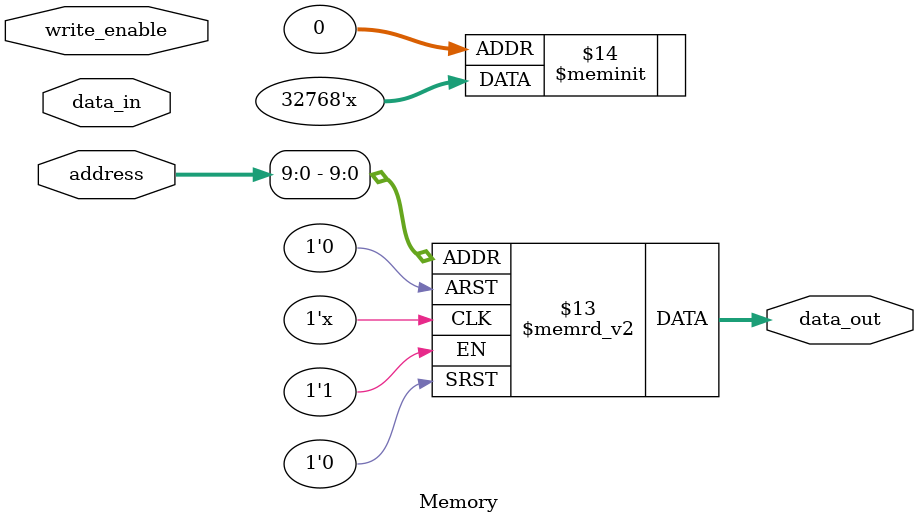
<source format=v>
module Memory (
  input [31:0] address,
  input [31:0] data_in,
  input write_enable,
  output reg [31:0] data_out
);
  reg [31:0] memory [0:1023];

  always @(*) begin
    if (write_enable) begin
      memory[address] <= data_in;
    end
    data_out <= memory[address];
  end
endmodule


</source>
